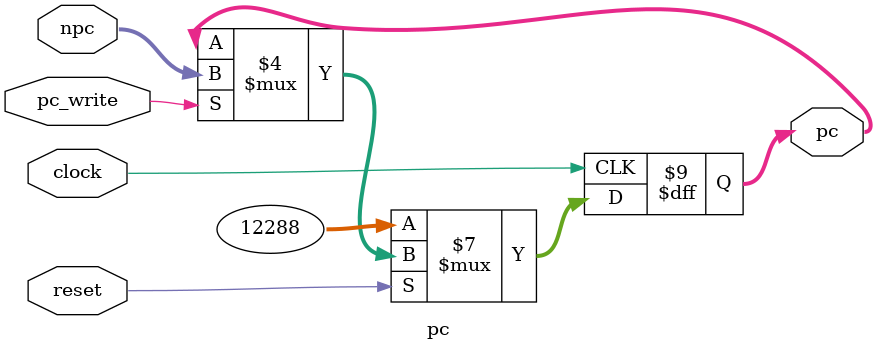
<source format=v>
module pc(pc,clock,reset,npc,pc_write);
	output reg [31:0] pc;
	input clock;
	input reset;
	input [31:0] npc;
	input pc_write;
	always@(posedge clock)
	begin
		if(!reset)
			pc<=32'h0000_3000;
		else if(pc_write)
			pc<=npc;
		else pc<=pc;
	end
endmodule
</source>
